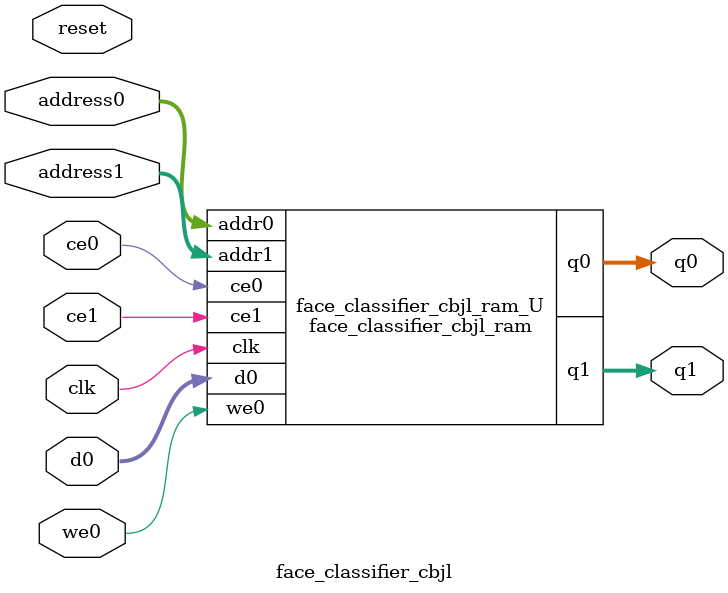
<source format=v>

`timescale 1 ns / 1 ps
module face_classifier_cbjl_ram (addr0, ce0, d0, we0, q0, addr1, ce1, q1,  clk);

parameter DWIDTH = 32;
parameter AWIDTH = 11;
parameter MEM_SIZE = 1100;

input[AWIDTH-1:0] addr0;
input ce0;
input[DWIDTH-1:0] d0;
input we0;
output reg[DWIDTH-1:0] q0;
input[AWIDTH-1:0] addr1;
input ce1;
output reg[DWIDTH-1:0] q1;
input clk;

(* ram_style = "block" *)reg [DWIDTH-1:0] ram[0:MEM_SIZE-1];




always @(posedge clk)  
begin 
    if (ce0) 
    begin
        if (we0) 
        begin 
            ram[addr0] <= d0; 
            q0 <= d0;
        end 
        else 
            q0 <= ram[addr0];
    end
end


always @(posedge clk)  
begin 
    if (ce1) 
    begin
            q1 <= ram[addr1];
    end
end


endmodule


`timescale 1 ns / 1 ps
module face_classifier_cbjl(
    reset,
    clk,
    address0,
    ce0,
    we0,
    d0,
    q0,
    address1,
    ce1,
    q1);

parameter DataWidth = 32'd32;
parameter AddressRange = 32'd1100;
parameter AddressWidth = 32'd11;
input reset;
input clk;
input[AddressWidth - 1:0] address0;
input ce0;
input we0;
input[DataWidth - 1:0] d0;
output[DataWidth - 1:0] q0;
input[AddressWidth - 1:0] address1;
input ce1;
output[DataWidth - 1:0] q1;



face_classifier_cbjl_ram face_classifier_cbjl_ram_U(
    .clk( clk ),
    .addr0( address0 ),
    .ce0( ce0 ),
    .we0( we0 ),
    .d0( d0 ),
    .q0( q0 ),
    .addr1( address1 ),
    .ce1( ce1 ),
    .q1( q1 ));

endmodule


</source>
